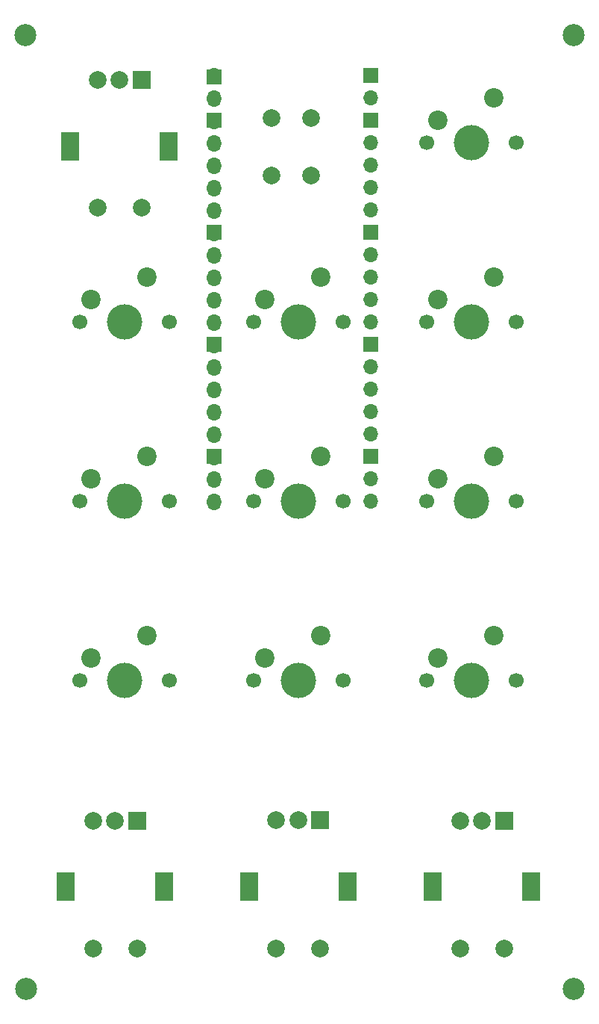
<source format=gbr>
%TF.GenerationSoftware,KiCad,Pcbnew,(5.1.10)-1*%
%TF.CreationDate,2022-09-07T09:40:49-04:00*%
%TF.ProjectId,BlenderMacroBoardPCB,426c656e-6465-4724-9d61-63726f426f61,rev?*%
%TF.SameCoordinates,Original*%
%TF.FileFunction,Soldermask,Top*%
%TF.FilePolarity,Negative*%
%FSLAX46Y46*%
G04 Gerber Fmt 4.6, Leading zero omitted, Abs format (unit mm)*
G04 Created by KiCad (PCBNEW (5.1.10)-1) date 2022-09-07 09:40:49*
%MOMM*%
%LPD*%
G01*
G04 APERTURE LIST*
%ADD10C,2.000000*%
%ADD11O,1.700000X1.700000*%
%ADD12R,1.700000X1.700000*%
%ADD13C,1.700000*%
%ADD14C,4.000000*%
%ADD15C,2.200000*%
%ADD16C,2.500000*%
%ADD17R,2.000000X2.000000*%
%ADD18R,2.000000X3.200000*%
G04 APERTURE END LIST*
D10*
%TO.C,Reset*%
X147447000Y-49888000D03*
X151947000Y-49888000D03*
X147447000Y-56388000D03*
X151947000Y-56388000D03*
%TD*%
D11*
%TO.C,Pico*%
X140970000Y-45085000D03*
X140970000Y-47625000D03*
D12*
X140970000Y-50165000D03*
D11*
X140970000Y-52705000D03*
X140970000Y-55245000D03*
X140970000Y-57785000D03*
X140970000Y-60325000D03*
D12*
X140970000Y-62865000D03*
D11*
X140970000Y-65405000D03*
X140970000Y-67945000D03*
X140970000Y-70485000D03*
X140970000Y-73025000D03*
D12*
X140970000Y-75565000D03*
D11*
X140970000Y-78105000D03*
X140970000Y-80645000D03*
X140970000Y-83185000D03*
X140970000Y-85725000D03*
D12*
X140970000Y-88265000D03*
D11*
X140970000Y-90805000D03*
X140970000Y-93345000D03*
X158750000Y-93345000D03*
X158750000Y-90805000D03*
D12*
X158750000Y-88265000D03*
D11*
X158750000Y-85725000D03*
X158750000Y-83185000D03*
X158750000Y-80645000D03*
X158750000Y-78105000D03*
D12*
X158750000Y-75565000D03*
D11*
X158750000Y-73025000D03*
X158750000Y-70485000D03*
X158750000Y-67945000D03*
X158750000Y-65405000D03*
D12*
X158750000Y-62865000D03*
D11*
X158750000Y-60325000D03*
X158750000Y-57785000D03*
X158750000Y-55245000D03*
X158750000Y-52705000D03*
D12*
X158750000Y-50165000D03*
D11*
X158750000Y-47625000D03*
X158750000Y-45085000D03*
%TD*%
D13*
%TO.C,Button9*%
X175260000Y-113665000D03*
X165100000Y-113665000D03*
D14*
X170180000Y-113665000D03*
D15*
X166370000Y-111125000D03*
X172720000Y-108585000D03*
%TD*%
D11*
%TO.C,Pin Header*%
X140970000Y-93472000D03*
X140970000Y-90932000D03*
X140970000Y-88392000D03*
X140970000Y-85852000D03*
X140970000Y-83312000D03*
X140970000Y-80772000D03*
X140970000Y-78232000D03*
X140970000Y-75692000D03*
X140970000Y-73152000D03*
X140970000Y-70612000D03*
X140970000Y-68072000D03*
X140970000Y-65532000D03*
X140970000Y-62992000D03*
X140970000Y-60452000D03*
X140970000Y-57912000D03*
X140970000Y-55372000D03*
X140970000Y-52832000D03*
X140970000Y-50292000D03*
X140970000Y-47752000D03*
D12*
X140970000Y-45212000D03*
%TD*%
D16*
%TO.C,REF\u002A\u002A*%
X181737000Y-40513000D03*
%TD*%
D13*
%TO.C,Button3*%
X175260000Y-73025000D03*
X165100000Y-73025000D03*
D14*
X170180000Y-73025000D03*
D15*
X166370000Y-70485000D03*
X172720000Y-67945000D03*
%TD*%
%TO.C,Button6*%
X172720000Y-88265000D03*
X166370000Y-90805000D03*
D14*
X170180000Y-93345000D03*
D13*
X165100000Y-93345000D03*
X175260000Y-93345000D03*
%TD*%
D12*
%TO.C,Pin Header*%
X158750000Y-45085000D03*
D11*
X158750000Y-47625000D03*
X158750000Y-50165000D03*
X158750000Y-52705000D03*
X158750000Y-55245000D03*
X158750000Y-57785000D03*
X158750000Y-60325000D03*
X158750000Y-62865000D03*
X158750000Y-65405000D03*
X158750000Y-67945000D03*
X158750000Y-70485000D03*
X158750000Y-73025000D03*
X158750000Y-75565000D03*
X158750000Y-78105000D03*
X158750000Y-80645000D03*
X158750000Y-83185000D03*
X158750000Y-85725000D03*
X158750000Y-88265000D03*
X158750000Y-90805000D03*
X158750000Y-93345000D03*
%TD*%
D15*
%TO.C,Button0*%
X172720000Y-47625000D03*
X166370000Y-50165000D03*
D14*
X170180000Y-52705000D03*
D13*
X165100000Y-52705000D03*
X175260000Y-52705000D03*
%TD*%
%TO.C,Button4*%
X135890000Y-93345000D03*
X125730000Y-93345000D03*
D14*
X130810000Y-93345000D03*
D15*
X127000000Y-90805000D03*
X133350000Y-88265000D03*
%TD*%
D13*
%TO.C,Button1*%
X135890000Y-73025000D03*
X125730000Y-73025000D03*
D14*
X130810000Y-73025000D03*
D15*
X127000000Y-70485000D03*
X133350000Y-67945000D03*
%TD*%
D16*
%TO.C,REF\u002A\u002A*%
X119507000Y-40513000D03*
%TD*%
D13*
%TO.C,Button5*%
X155575000Y-93345000D03*
X145415000Y-93345000D03*
D14*
X150495000Y-93345000D03*
D15*
X146685000Y-90805000D03*
X153035000Y-88265000D03*
%TD*%
D17*
%TO.C,Rotary 0*%
X132715000Y-45593000D03*
D10*
X130215000Y-45593000D03*
X127715000Y-45593000D03*
D18*
X135815000Y-53093000D03*
X124615000Y-53093000D03*
D10*
X132715000Y-60093000D03*
X127715000Y-60093000D03*
%TD*%
D15*
%TO.C,Button2*%
X153035000Y-67945000D03*
X146685000Y-70485000D03*
D14*
X150495000Y-73025000D03*
D13*
X145415000Y-73025000D03*
X155575000Y-73025000D03*
%TD*%
D16*
%TO.C,REF\u002A\u002A*%
X181737000Y-148590000D03*
%TD*%
%TO.C,REF\u002A\u002A*%
X119634000Y-148590000D03*
%TD*%
D17*
%TO.C,Rotary 1*%
X132207000Y-129540000D03*
D10*
X129707000Y-129540000D03*
X127207000Y-129540000D03*
D18*
X135307000Y-137040000D03*
X124107000Y-137040000D03*
D10*
X132207000Y-144040000D03*
X127207000Y-144040000D03*
%TD*%
D17*
%TO.C,Rotary 3*%
X173863000Y-129540000D03*
D10*
X171363000Y-129540000D03*
X168863000Y-129540000D03*
D18*
X176963000Y-137040000D03*
X165763000Y-137040000D03*
D10*
X173863000Y-144040000D03*
X168863000Y-144040000D03*
%TD*%
D13*
%TO.C,Button7*%
X135890000Y-113665000D03*
X125730000Y-113665000D03*
D14*
X130810000Y-113665000D03*
D15*
X127000000Y-111125000D03*
X133350000Y-108585000D03*
%TD*%
%TO.C,Button8*%
X153035000Y-108585000D03*
X146685000Y-111125000D03*
D14*
X150495000Y-113665000D03*
D13*
X145415000Y-113665000D03*
X155575000Y-113665000D03*
%TD*%
D10*
%TO.C,Rotary 2*%
X147993082Y-144016945D03*
X152993082Y-144016945D03*
D18*
X144893082Y-137016945D03*
X156093082Y-137016945D03*
D10*
X147993082Y-129516945D03*
X150493082Y-129516945D03*
D17*
X152993082Y-129516945D03*
%TD*%
M02*

</source>
